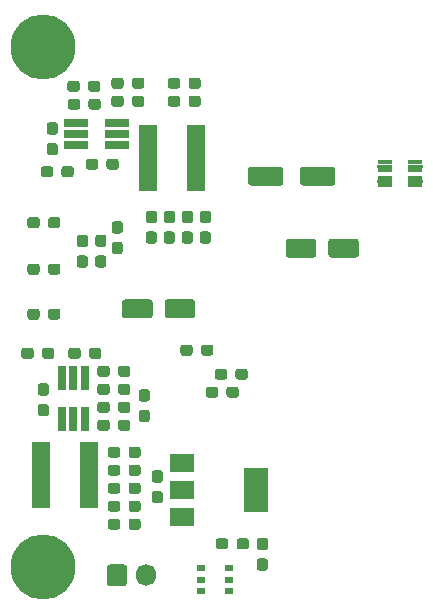
<source format=gbr>
G04 #@! TF.GenerationSoftware,KiCad,Pcbnew,(5.1.9)-1*
G04 #@! TF.CreationDate,2021-02-02T20:04:29-05:00*
G04 #@! TF.ProjectId,ZeroPilot,5a65726f-5069-46c6-9f74-2e6b69636164,rev?*
G04 #@! TF.SameCoordinates,Original*
G04 #@! TF.FileFunction,Soldermask,Top*
G04 #@! TF.FilePolarity,Negative*
%FSLAX46Y46*%
G04 Gerber Fmt 4.6, Leading zero omitted, Abs format (unit mm)*
G04 Created by KiCad (PCBNEW (5.1.9)-1) date 2021-02-02 20:04:29*
%MOMM*%
%LPD*%
G01*
G04 APERTURE LIST*
%ADD10R,0.650000X2.000000*%
%ADD11R,2.000000X0.650000*%
%ADD12R,2.000000X1.500000*%
%ADD13R,2.000000X3.800000*%
%ADD14O,1.700000X1.850000*%
%ADD15R,0.700000X0.510000*%
%ADD16R,1.550000X5.600000*%
%ADD17R,1.550000X5.599999*%
%ADD18C,5.500000*%
%ADD19R,1.220000X0.400000*%
%ADD20C,0.100000*%
G04 APERTURE END LIST*
D10*
X54638000Y-131018000D03*
X55588000Y-131018000D03*
X56538000Y-131018000D03*
X56538000Y-134438000D03*
X55588000Y-134438000D03*
X54638000Y-134438000D03*
D11*
X55821000Y-111313000D03*
X55821000Y-110363000D03*
X55821000Y-109413000D03*
X59241000Y-109413000D03*
X59241000Y-110363000D03*
X59241000Y-111313000D03*
D12*
X64757000Y-138175000D03*
X64757000Y-142775000D03*
X64757000Y-140475000D03*
D13*
X71057000Y-140475000D03*
D14*
X61771000Y-147714000D03*
G36*
G01*
X58421000Y-148389000D02*
X58421000Y-147039000D01*
G75*
G02*
X58671000Y-146789000I250000J0D01*
G01*
X59871000Y-146789000D01*
G75*
G02*
X60121000Y-147039000I0J-250000D01*
G01*
X60121000Y-148389000D01*
G75*
G02*
X59871000Y-148639000I-250000J0D01*
G01*
X58671000Y-148639000D01*
G75*
G02*
X58421000Y-148389000I0J250000D01*
G01*
G37*
G36*
G01*
X56587500Y-119932000D02*
X56112500Y-119932000D01*
G75*
G02*
X55875000Y-119694500I0J237500D01*
G01*
X55875000Y-119119500D01*
G75*
G02*
X56112500Y-118882000I237500J0D01*
G01*
X56587500Y-118882000D01*
G75*
G02*
X56825000Y-119119500I0J-237500D01*
G01*
X56825000Y-119694500D01*
G75*
G02*
X56587500Y-119932000I-237500J0D01*
G01*
G37*
G36*
G01*
X56587500Y-121682000D02*
X56112500Y-121682000D01*
G75*
G02*
X55875000Y-121444500I0J237500D01*
G01*
X55875000Y-120869500D01*
G75*
G02*
X56112500Y-120632000I237500J0D01*
G01*
X56587500Y-120632000D01*
G75*
G02*
X56825000Y-120869500I0J-237500D01*
G01*
X56825000Y-121444500D01*
G75*
G02*
X56587500Y-121682000I-237500J0D01*
G01*
G37*
G36*
G01*
X69311000Y-130920500D02*
X69311000Y-130445500D01*
G75*
G02*
X69548500Y-130208000I237500J0D01*
G01*
X70123500Y-130208000D01*
G75*
G02*
X70361000Y-130445500I0J-237500D01*
G01*
X70361000Y-130920500D01*
G75*
G02*
X70123500Y-131158000I-237500J0D01*
G01*
X69548500Y-131158000D01*
G75*
G02*
X69311000Y-130920500I0J237500D01*
G01*
G37*
G36*
G01*
X67561000Y-130920500D02*
X67561000Y-130445500D01*
G75*
G02*
X67798500Y-130208000I237500J0D01*
G01*
X68373500Y-130208000D01*
G75*
G02*
X68611000Y-130445500I0J-237500D01*
G01*
X68611000Y-130920500D01*
G75*
G02*
X68373500Y-131158000I-237500J0D01*
G01*
X67798500Y-131158000D01*
G75*
G02*
X67561000Y-130920500I0J237500D01*
G01*
G37*
D15*
X68724000Y-149032000D03*
X68724000Y-148082000D03*
X68724000Y-147132000D03*
X66404000Y-147132000D03*
X66404000Y-148082000D03*
X66404000Y-149032000D03*
G36*
G01*
X58149500Y-119919000D02*
X57674500Y-119919000D01*
G75*
G02*
X57437000Y-119681500I0J237500D01*
G01*
X57437000Y-119106500D01*
G75*
G02*
X57674500Y-118869000I237500J0D01*
G01*
X58149500Y-118869000D01*
G75*
G02*
X58387000Y-119106500I0J-237500D01*
G01*
X58387000Y-119681500D01*
G75*
G02*
X58149500Y-119919000I-237500J0D01*
G01*
G37*
G36*
G01*
X58149500Y-121669000D02*
X57674500Y-121669000D01*
G75*
G02*
X57437000Y-121431500I0J237500D01*
G01*
X57437000Y-120856500D01*
G75*
G02*
X57674500Y-120619000I237500J0D01*
G01*
X58149500Y-120619000D01*
G75*
G02*
X58387000Y-120856500I0J-237500D01*
G01*
X58387000Y-121431500D01*
G75*
G02*
X58149500Y-121669000I-237500J0D01*
G01*
G37*
G36*
G01*
X59071500Y-119476000D02*
X59546500Y-119476000D01*
G75*
G02*
X59784000Y-119713500I0J-237500D01*
G01*
X59784000Y-120288500D01*
G75*
G02*
X59546500Y-120526000I-237500J0D01*
G01*
X59071500Y-120526000D01*
G75*
G02*
X58834000Y-120288500I0J237500D01*
G01*
X58834000Y-119713500D01*
G75*
G02*
X59071500Y-119476000I237500J0D01*
G01*
G37*
G36*
G01*
X59071500Y-117726000D02*
X59546500Y-117726000D01*
G75*
G02*
X59784000Y-117963500I0J-237500D01*
G01*
X59784000Y-118538500D01*
G75*
G02*
X59546500Y-118776000I-237500J0D01*
G01*
X59071500Y-118776000D01*
G75*
G02*
X58834000Y-118538500I0J237500D01*
G01*
X58834000Y-117963500D01*
G75*
G02*
X59071500Y-117726000I237500J0D01*
G01*
G37*
G36*
G01*
X68549000Y-132444500D02*
X68549000Y-131969500D01*
G75*
G02*
X68786500Y-131732000I237500J0D01*
G01*
X69361500Y-131732000D01*
G75*
G02*
X69599000Y-131969500I0J-237500D01*
G01*
X69599000Y-132444500D01*
G75*
G02*
X69361500Y-132682000I-237500J0D01*
G01*
X68786500Y-132682000D01*
G75*
G02*
X68549000Y-132444500I0J237500D01*
G01*
G37*
G36*
G01*
X66799000Y-132444500D02*
X66799000Y-131969500D01*
G75*
G02*
X67036500Y-131732000I237500J0D01*
G01*
X67611500Y-131732000D01*
G75*
G02*
X67849000Y-131969500I0J-237500D01*
G01*
X67849000Y-132444500D01*
G75*
G02*
X67611500Y-132682000I-237500J0D01*
G01*
X67036500Y-132682000D01*
G75*
G02*
X66799000Y-132444500I0J237500D01*
G01*
G37*
G36*
G01*
X65690000Y-128413500D02*
X65690000Y-128888500D01*
G75*
G02*
X65452500Y-129126000I-237500J0D01*
G01*
X64877500Y-129126000D01*
G75*
G02*
X64640000Y-128888500I0J237500D01*
G01*
X64640000Y-128413500D01*
G75*
G02*
X64877500Y-128176000I237500J0D01*
G01*
X65452500Y-128176000D01*
G75*
G02*
X65690000Y-128413500I0J-237500D01*
G01*
G37*
G36*
G01*
X67440000Y-128413500D02*
X67440000Y-128888500D01*
G75*
G02*
X67202500Y-129126000I-237500J0D01*
G01*
X66627500Y-129126000D01*
G75*
G02*
X66390000Y-128888500I0J237500D01*
G01*
X66390000Y-128413500D01*
G75*
G02*
X66627500Y-128176000I237500J0D01*
G01*
X67202500Y-128176000D01*
G75*
G02*
X67440000Y-128413500I0J-237500D01*
G01*
G37*
G36*
G01*
X52736000Y-125365500D02*
X52736000Y-125840500D01*
G75*
G02*
X52498500Y-126078000I-237500J0D01*
G01*
X51923500Y-126078000D01*
G75*
G02*
X51686000Y-125840500I0J237500D01*
G01*
X51686000Y-125365500D01*
G75*
G02*
X51923500Y-125128000I237500J0D01*
G01*
X52498500Y-125128000D01*
G75*
G02*
X52736000Y-125365500I0J-237500D01*
G01*
G37*
G36*
G01*
X54486000Y-125365500D02*
X54486000Y-125840500D01*
G75*
G02*
X54248500Y-126078000I-237500J0D01*
G01*
X53673500Y-126078000D01*
G75*
G02*
X53436000Y-125840500I0J237500D01*
G01*
X53436000Y-125365500D01*
G75*
G02*
X53673500Y-125128000I237500J0D01*
G01*
X54248500Y-125128000D01*
G75*
G02*
X54486000Y-125365500I0J-237500D01*
G01*
G37*
G36*
G01*
X52736000Y-117618500D02*
X52736000Y-118093500D01*
G75*
G02*
X52498500Y-118331000I-237500J0D01*
G01*
X51923500Y-118331000D01*
G75*
G02*
X51686000Y-118093500I0J237500D01*
G01*
X51686000Y-117618500D01*
G75*
G02*
X51923500Y-117381000I237500J0D01*
G01*
X52498500Y-117381000D01*
G75*
G02*
X52736000Y-117618500I0J-237500D01*
G01*
G37*
G36*
G01*
X54486000Y-117618500D02*
X54486000Y-118093500D01*
G75*
G02*
X54248500Y-118331000I-237500J0D01*
G01*
X53673500Y-118331000D01*
G75*
G02*
X53436000Y-118093500I0J237500D01*
G01*
X53436000Y-117618500D01*
G75*
G02*
X53673500Y-117381000I237500J0D01*
G01*
X54248500Y-117381000D01*
G75*
G02*
X54486000Y-117618500I0J-237500D01*
G01*
G37*
G36*
G01*
X52736000Y-121555500D02*
X52736000Y-122030500D01*
G75*
G02*
X52498500Y-122268000I-237500J0D01*
G01*
X51923500Y-122268000D01*
G75*
G02*
X51686000Y-122030500I0J237500D01*
G01*
X51686000Y-121555500D01*
G75*
G02*
X51923500Y-121318000I237500J0D01*
G01*
X52498500Y-121318000D01*
G75*
G02*
X52736000Y-121555500I0J-237500D01*
G01*
G37*
G36*
G01*
X54486000Y-121555500D02*
X54486000Y-122030500D01*
G75*
G02*
X54248500Y-122268000I-237500J0D01*
G01*
X53673500Y-122268000D01*
G75*
G02*
X53436000Y-122030500I0J237500D01*
G01*
X53436000Y-121555500D01*
G75*
G02*
X53673500Y-121318000I237500J0D01*
G01*
X54248500Y-121318000D01*
G75*
G02*
X54486000Y-121555500I0J-237500D01*
G01*
G37*
G36*
G01*
X61832500Y-133000000D02*
X61357500Y-133000000D01*
G75*
G02*
X61120000Y-132762500I0J237500D01*
G01*
X61120000Y-132187500D01*
G75*
G02*
X61357500Y-131950000I237500J0D01*
G01*
X61832500Y-131950000D01*
G75*
G02*
X62070000Y-132187500I0J-237500D01*
G01*
X62070000Y-132762500D01*
G75*
G02*
X61832500Y-133000000I-237500J0D01*
G01*
G37*
G36*
G01*
X61832500Y-134750000D02*
X61357500Y-134750000D01*
G75*
G02*
X61120000Y-134512500I0J237500D01*
G01*
X61120000Y-133937500D01*
G75*
G02*
X61357500Y-133700000I237500J0D01*
G01*
X61832500Y-133700000D01*
G75*
G02*
X62070000Y-133937500I0J-237500D01*
G01*
X62070000Y-134512500D01*
G75*
G02*
X61832500Y-134750000I-237500J0D01*
G01*
G37*
G36*
G01*
X56827000Y-106549500D02*
X56827000Y-106074500D01*
G75*
G02*
X57064500Y-105837000I237500J0D01*
G01*
X57639500Y-105837000D01*
G75*
G02*
X57877000Y-106074500I0J-237500D01*
G01*
X57877000Y-106549500D01*
G75*
G02*
X57639500Y-106787000I-237500J0D01*
G01*
X57064500Y-106787000D01*
G75*
G02*
X56827000Y-106549500I0J237500D01*
G01*
G37*
G36*
G01*
X55077000Y-106549500D02*
X55077000Y-106074500D01*
G75*
G02*
X55314500Y-105837000I237500J0D01*
G01*
X55889500Y-105837000D01*
G75*
G02*
X56127000Y-106074500I0J-237500D01*
G01*
X56127000Y-106549500D01*
G75*
G02*
X55889500Y-106787000I-237500J0D01*
G01*
X55314500Y-106787000D01*
G75*
G02*
X55077000Y-106549500I0J237500D01*
G01*
G37*
G36*
G01*
X56165000Y-107585500D02*
X56165000Y-108060500D01*
G75*
G02*
X55927500Y-108298000I-237500J0D01*
G01*
X55352500Y-108298000D01*
G75*
G02*
X55115000Y-108060500I0J237500D01*
G01*
X55115000Y-107585500D01*
G75*
G02*
X55352500Y-107348000I237500J0D01*
G01*
X55927500Y-107348000D01*
G75*
G02*
X56165000Y-107585500I0J-237500D01*
G01*
G37*
G36*
G01*
X57915000Y-107585500D02*
X57915000Y-108060500D01*
G75*
G02*
X57677500Y-108298000I-237500J0D01*
G01*
X57102500Y-108298000D01*
G75*
G02*
X56865000Y-108060500I0J237500D01*
G01*
X56865000Y-107585500D01*
G75*
G02*
X57102500Y-107348000I237500J0D01*
G01*
X57677500Y-107348000D01*
G75*
G02*
X57915000Y-107585500I0J-237500D01*
G01*
G37*
G36*
G01*
X52228000Y-128680500D02*
X52228000Y-129155500D01*
G75*
G02*
X51990500Y-129393000I-237500J0D01*
G01*
X51415500Y-129393000D01*
G75*
G02*
X51178000Y-129155500I0J237500D01*
G01*
X51178000Y-128680500D01*
G75*
G02*
X51415500Y-128443000I237500J0D01*
G01*
X51990500Y-128443000D01*
G75*
G02*
X52228000Y-128680500I0J-237500D01*
G01*
G37*
G36*
G01*
X53978000Y-128680500D02*
X53978000Y-129155500D01*
G75*
G02*
X53740500Y-129393000I-237500J0D01*
G01*
X53165500Y-129393000D01*
G75*
G02*
X52928000Y-129155500I0J237500D01*
G01*
X52928000Y-128680500D01*
G75*
G02*
X53165500Y-128443000I237500J0D01*
G01*
X53740500Y-128443000D01*
G75*
G02*
X53978000Y-128680500I0J-237500D01*
G01*
G37*
G36*
G01*
X56208000Y-128680500D02*
X56208000Y-129155500D01*
G75*
G02*
X55970500Y-129393000I-237500J0D01*
G01*
X55395500Y-129393000D01*
G75*
G02*
X55158000Y-129155500I0J237500D01*
G01*
X55158000Y-128680500D01*
G75*
G02*
X55395500Y-128443000I237500J0D01*
G01*
X55970500Y-128443000D01*
G75*
G02*
X56208000Y-128680500I0J-237500D01*
G01*
G37*
G36*
G01*
X57958000Y-128680500D02*
X57958000Y-129155500D01*
G75*
G02*
X57720500Y-129393000I-237500J0D01*
G01*
X57145500Y-129393000D01*
G75*
G02*
X56908000Y-129155500I0J237500D01*
G01*
X56908000Y-128680500D01*
G75*
G02*
X57145500Y-128443000I237500J0D01*
G01*
X57720500Y-128443000D01*
G75*
G02*
X57958000Y-128680500I0J-237500D01*
G01*
G37*
G36*
G01*
X54047500Y-110407000D02*
X53572500Y-110407000D01*
G75*
G02*
X53335000Y-110169500I0J237500D01*
G01*
X53335000Y-109594500D01*
G75*
G02*
X53572500Y-109357000I237500J0D01*
G01*
X54047500Y-109357000D01*
G75*
G02*
X54285000Y-109594500I0J-237500D01*
G01*
X54285000Y-110169500D01*
G75*
G02*
X54047500Y-110407000I-237500J0D01*
G01*
G37*
G36*
G01*
X54047500Y-112157000D02*
X53572500Y-112157000D01*
G75*
G02*
X53335000Y-111919500I0J237500D01*
G01*
X53335000Y-111344500D01*
G75*
G02*
X53572500Y-111107000I237500J0D01*
G01*
X54047500Y-111107000D01*
G75*
G02*
X54285000Y-111344500I0J-237500D01*
G01*
X54285000Y-111919500D01*
G75*
G02*
X54047500Y-112157000I-237500J0D01*
G01*
G37*
G36*
G01*
X53879000Y-113300500D02*
X53879000Y-113775500D01*
G75*
G02*
X53641500Y-114013000I-237500J0D01*
G01*
X53066500Y-114013000D01*
G75*
G02*
X52829000Y-113775500I0J237500D01*
G01*
X52829000Y-113300500D01*
G75*
G02*
X53066500Y-113063000I237500J0D01*
G01*
X53641500Y-113063000D01*
G75*
G02*
X53879000Y-113300500I0J-237500D01*
G01*
G37*
G36*
G01*
X55629000Y-113300500D02*
X55629000Y-113775500D01*
G75*
G02*
X55391500Y-114013000I-237500J0D01*
G01*
X54816500Y-114013000D01*
G75*
G02*
X54579000Y-113775500I0J237500D01*
G01*
X54579000Y-113300500D01*
G75*
G02*
X54816500Y-113063000I237500J0D01*
G01*
X55391500Y-113063000D01*
G75*
G02*
X55629000Y-113300500I0J-237500D01*
G01*
G37*
G36*
G01*
X71352500Y-146286000D02*
X71827500Y-146286000D01*
G75*
G02*
X72065000Y-146523500I0J-237500D01*
G01*
X72065000Y-147098500D01*
G75*
G02*
X71827500Y-147336000I-237500J0D01*
G01*
X71352500Y-147336000D01*
G75*
G02*
X71115000Y-147098500I0J237500D01*
G01*
X71115000Y-146523500D01*
G75*
G02*
X71352500Y-146286000I237500J0D01*
G01*
G37*
G36*
G01*
X71352500Y-144536000D02*
X71827500Y-144536000D01*
G75*
G02*
X72065000Y-144773500I0J-237500D01*
G01*
X72065000Y-145348500D01*
G75*
G02*
X71827500Y-145586000I-237500J0D01*
G01*
X71352500Y-145586000D01*
G75*
G02*
X71115000Y-145348500I0J237500D01*
G01*
X71115000Y-144773500D01*
G75*
G02*
X71352500Y-144536000I237500J0D01*
G01*
G37*
G36*
G01*
X68700000Y-144809500D02*
X68700000Y-145284500D01*
G75*
G02*
X68462500Y-145522000I-237500J0D01*
G01*
X67887500Y-145522000D01*
G75*
G02*
X67650000Y-145284500I0J237500D01*
G01*
X67650000Y-144809500D01*
G75*
G02*
X67887500Y-144572000I237500J0D01*
G01*
X68462500Y-144572000D01*
G75*
G02*
X68700000Y-144809500I0J-237500D01*
G01*
G37*
G36*
G01*
X70450000Y-144809500D02*
X70450000Y-145284500D01*
G75*
G02*
X70212500Y-145522000I-237500J0D01*
G01*
X69637500Y-145522000D01*
G75*
G02*
X69400000Y-145284500I0J237500D01*
G01*
X69400000Y-144809500D01*
G75*
G02*
X69637500Y-144572000I237500J0D01*
G01*
X70212500Y-144572000D01*
G75*
G02*
X70450000Y-144809500I0J-237500D01*
G01*
G37*
G36*
G01*
X66526500Y-118600000D02*
X67001500Y-118600000D01*
G75*
G02*
X67239000Y-118837500I0J-237500D01*
G01*
X67239000Y-119412500D01*
G75*
G02*
X67001500Y-119650000I-237500J0D01*
G01*
X66526500Y-119650000D01*
G75*
G02*
X66289000Y-119412500I0J237500D01*
G01*
X66289000Y-118837500D01*
G75*
G02*
X66526500Y-118600000I237500J0D01*
G01*
G37*
G36*
G01*
X66526500Y-116850000D02*
X67001500Y-116850000D01*
G75*
G02*
X67239000Y-117087500I0J-237500D01*
G01*
X67239000Y-117662500D01*
G75*
G02*
X67001500Y-117900000I-237500J0D01*
G01*
X66526500Y-117900000D01*
G75*
G02*
X66289000Y-117662500I0J237500D01*
G01*
X66289000Y-117087500D01*
G75*
G02*
X66526500Y-116850000I237500J0D01*
G01*
G37*
G36*
G01*
X62462500Y-140571000D02*
X62937500Y-140571000D01*
G75*
G02*
X63175000Y-140808500I0J-237500D01*
G01*
X63175000Y-141383500D01*
G75*
G02*
X62937500Y-141621000I-237500J0D01*
G01*
X62462500Y-141621000D01*
G75*
G02*
X62225000Y-141383500I0J237500D01*
G01*
X62225000Y-140808500D01*
G75*
G02*
X62462500Y-140571000I237500J0D01*
G01*
G37*
G36*
G01*
X62462500Y-138821000D02*
X62937500Y-138821000D01*
G75*
G02*
X63175000Y-139058500I0J-237500D01*
G01*
X63175000Y-139633500D01*
G75*
G02*
X62937500Y-139871000I-237500J0D01*
G01*
X62462500Y-139871000D01*
G75*
G02*
X62225000Y-139633500I0J237500D01*
G01*
X62225000Y-139058500D01*
G75*
G02*
X62462500Y-138821000I237500J0D01*
G01*
G37*
G36*
G01*
X60256000Y-139061500D02*
X60256000Y-138586500D01*
G75*
G02*
X60493500Y-138349000I237500J0D01*
G01*
X61068500Y-138349000D01*
G75*
G02*
X61306000Y-138586500I0J-237500D01*
G01*
X61306000Y-139061500D01*
G75*
G02*
X61068500Y-139299000I-237500J0D01*
G01*
X60493500Y-139299000D01*
G75*
G02*
X60256000Y-139061500I0J237500D01*
G01*
G37*
G36*
G01*
X58506000Y-139061500D02*
X58506000Y-138586500D01*
G75*
G02*
X58743500Y-138349000I237500J0D01*
G01*
X59318500Y-138349000D01*
G75*
G02*
X59556000Y-138586500I0J-237500D01*
G01*
X59556000Y-139061500D01*
G75*
G02*
X59318500Y-139299000I-237500J0D01*
G01*
X58743500Y-139299000D01*
G75*
G02*
X58506000Y-139061500I0J237500D01*
G01*
G37*
G36*
G01*
X60256000Y-140585500D02*
X60256000Y-140110500D01*
G75*
G02*
X60493500Y-139873000I237500J0D01*
G01*
X61068500Y-139873000D01*
G75*
G02*
X61306000Y-140110500I0J-237500D01*
G01*
X61306000Y-140585500D01*
G75*
G02*
X61068500Y-140823000I-237500J0D01*
G01*
X60493500Y-140823000D01*
G75*
G02*
X60256000Y-140585500I0J237500D01*
G01*
G37*
G36*
G01*
X58506000Y-140585500D02*
X58506000Y-140110500D01*
G75*
G02*
X58743500Y-139873000I237500J0D01*
G01*
X59318500Y-139873000D01*
G75*
G02*
X59556000Y-140110500I0J-237500D01*
G01*
X59556000Y-140585500D01*
G75*
G02*
X59318500Y-140823000I-237500J0D01*
G01*
X58743500Y-140823000D01*
G75*
G02*
X58506000Y-140585500I0J237500D01*
G01*
G37*
G36*
G01*
X65002500Y-118600000D02*
X65477500Y-118600000D01*
G75*
G02*
X65715000Y-118837500I0J-237500D01*
G01*
X65715000Y-119412500D01*
G75*
G02*
X65477500Y-119650000I-237500J0D01*
G01*
X65002500Y-119650000D01*
G75*
G02*
X64765000Y-119412500I0J237500D01*
G01*
X64765000Y-118837500D01*
G75*
G02*
X65002500Y-118600000I237500J0D01*
G01*
G37*
G36*
G01*
X65002500Y-116850000D02*
X65477500Y-116850000D01*
G75*
G02*
X65715000Y-117087500I0J-237500D01*
G01*
X65715000Y-117662500D01*
G75*
G02*
X65477500Y-117900000I-237500J0D01*
G01*
X65002500Y-117900000D01*
G75*
G02*
X64765000Y-117662500I0J237500D01*
G01*
X64765000Y-117087500D01*
G75*
G02*
X65002500Y-116850000I237500J0D01*
G01*
G37*
G36*
G01*
X60256000Y-142109500D02*
X60256000Y-141634500D01*
G75*
G02*
X60493500Y-141397000I237500J0D01*
G01*
X61068500Y-141397000D01*
G75*
G02*
X61306000Y-141634500I0J-237500D01*
G01*
X61306000Y-142109500D01*
G75*
G02*
X61068500Y-142347000I-237500J0D01*
G01*
X60493500Y-142347000D01*
G75*
G02*
X60256000Y-142109500I0J237500D01*
G01*
G37*
G36*
G01*
X58506000Y-142109500D02*
X58506000Y-141634500D01*
G75*
G02*
X58743500Y-141397000I237500J0D01*
G01*
X59318500Y-141397000D01*
G75*
G02*
X59556000Y-141634500I0J-237500D01*
G01*
X59556000Y-142109500D01*
G75*
G02*
X59318500Y-142347000I-237500J0D01*
G01*
X58743500Y-142347000D01*
G75*
G02*
X58506000Y-142109500I0J237500D01*
G01*
G37*
G36*
G01*
X63478500Y-118600000D02*
X63953500Y-118600000D01*
G75*
G02*
X64191000Y-118837500I0J-237500D01*
G01*
X64191000Y-119412500D01*
G75*
G02*
X63953500Y-119650000I-237500J0D01*
G01*
X63478500Y-119650000D01*
G75*
G02*
X63241000Y-119412500I0J237500D01*
G01*
X63241000Y-118837500D01*
G75*
G02*
X63478500Y-118600000I237500J0D01*
G01*
G37*
G36*
G01*
X63478500Y-116850000D02*
X63953500Y-116850000D01*
G75*
G02*
X64191000Y-117087500I0J-237500D01*
G01*
X64191000Y-117662500D01*
G75*
G02*
X63953500Y-117900000I-237500J0D01*
G01*
X63478500Y-117900000D01*
G75*
G02*
X63241000Y-117662500I0J237500D01*
G01*
X63241000Y-117087500D01*
G75*
G02*
X63478500Y-116850000I237500J0D01*
G01*
G37*
G36*
G01*
X60256000Y-143633500D02*
X60256000Y-143158500D01*
G75*
G02*
X60493500Y-142921000I237500J0D01*
G01*
X61068500Y-142921000D01*
G75*
G02*
X61306000Y-143158500I0J-237500D01*
G01*
X61306000Y-143633500D01*
G75*
G02*
X61068500Y-143871000I-237500J0D01*
G01*
X60493500Y-143871000D01*
G75*
G02*
X60256000Y-143633500I0J237500D01*
G01*
G37*
G36*
G01*
X58506000Y-143633500D02*
X58506000Y-143158500D01*
G75*
G02*
X58743500Y-142921000I237500J0D01*
G01*
X59318500Y-142921000D01*
G75*
G02*
X59556000Y-143158500I0J-237500D01*
G01*
X59556000Y-143633500D01*
G75*
G02*
X59318500Y-143871000I-237500J0D01*
G01*
X58743500Y-143871000D01*
G75*
G02*
X58506000Y-143633500I0J237500D01*
G01*
G37*
G36*
G01*
X61954500Y-118600000D02*
X62429500Y-118600000D01*
G75*
G02*
X62667000Y-118837500I0J-237500D01*
G01*
X62667000Y-119412500D01*
G75*
G02*
X62429500Y-119650000I-237500J0D01*
G01*
X61954500Y-119650000D01*
G75*
G02*
X61717000Y-119412500I0J237500D01*
G01*
X61717000Y-118837500D01*
G75*
G02*
X61954500Y-118600000I237500J0D01*
G01*
G37*
G36*
G01*
X61954500Y-116850000D02*
X62429500Y-116850000D01*
G75*
G02*
X62667000Y-117087500I0J-237500D01*
G01*
X62667000Y-117662500D01*
G75*
G02*
X62429500Y-117900000I-237500J0D01*
G01*
X61954500Y-117900000D01*
G75*
G02*
X61717000Y-117662500I0J237500D01*
G01*
X61717000Y-117087500D01*
G75*
G02*
X61954500Y-116850000I237500J0D01*
G01*
G37*
G36*
G01*
X52810500Y-133205000D02*
X53285500Y-133205000D01*
G75*
G02*
X53523000Y-133442500I0J-237500D01*
G01*
X53523000Y-134017500D01*
G75*
G02*
X53285500Y-134255000I-237500J0D01*
G01*
X52810500Y-134255000D01*
G75*
G02*
X52573000Y-134017500I0J237500D01*
G01*
X52573000Y-133442500D01*
G75*
G02*
X52810500Y-133205000I237500J0D01*
G01*
G37*
G36*
G01*
X52810500Y-131455000D02*
X53285500Y-131455000D01*
G75*
G02*
X53523000Y-131692500I0J-237500D01*
G01*
X53523000Y-132267500D01*
G75*
G02*
X53285500Y-132505000I-237500J0D01*
G01*
X52810500Y-132505000D01*
G75*
G02*
X52573000Y-132267500I0J237500D01*
G01*
X52573000Y-131692500D01*
G75*
G02*
X52810500Y-131455000I237500J0D01*
G01*
G37*
G36*
G01*
X58389000Y-113140500D02*
X58389000Y-112665500D01*
G75*
G02*
X58626500Y-112428000I237500J0D01*
G01*
X59201500Y-112428000D01*
G75*
G02*
X59439000Y-112665500I0J-237500D01*
G01*
X59439000Y-113140500D01*
G75*
G02*
X59201500Y-113378000I-237500J0D01*
G01*
X58626500Y-113378000D01*
G75*
G02*
X58389000Y-113140500I0J237500D01*
G01*
G37*
G36*
G01*
X56639000Y-113140500D02*
X56639000Y-112665500D01*
G75*
G02*
X56876500Y-112428000I237500J0D01*
G01*
X57451500Y-112428000D01*
G75*
G02*
X57689000Y-112665500I0J-237500D01*
G01*
X57689000Y-113140500D01*
G75*
G02*
X57451500Y-113378000I-237500J0D01*
G01*
X56876500Y-113378000D01*
G75*
G02*
X56639000Y-113140500I0J237500D01*
G01*
G37*
G36*
G01*
X58667000Y-133252500D02*
X58667000Y-133727500D01*
G75*
G02*
X58429500Y-133965000I-237500J0D01*
G01*
X57854500Y-133965000D01*
G75*
G02*
X57617000Y-133727500I0J237500D01*
G01*
X57617000Y-133252500D01*
G75*
G02*
X57854500Y-133015000I237500J0D01*
G01*
X58429500Y-133015000D01*
G75*
G02*
X58667000Y-133252500I0J-237500D01*
G01*
G37*
G36*
G01*
X60417000Y-133252500D02*
X60417000Y-133727500D01*
G75*
G02*
X60179500Y-133965000I-237500J0D01*
G01*
X59604500Y-133965000D01*
G75*
G02*
X59367000Y-133727500I0J237500D01*
G01*
X59367000Y-133252500D01*
G75*
G02*
X59604500Y-133015000I237500J0D01*
G01*
X60179500Y-133015000D01*
G75*
G02*
X60417000Y-133252500I0J-237500D01*
G01*
G37*
G36*
G01*
X64636000Y-107344500D02*
X64636000Y-107819500D01*
G75*
G02*
X64398500Y-108057000I-237500J0D01*
G01*
X63823500Y-108057000D01*
G75*
G02*
X63586000Y-107819500I0J237500D01*
G01*
X63586000Y-107344500D01*
G75*
G02*
X63823500Y-107107000I237500J0D01*
G01*
X64398500Y-107107000D01*
G75*
G02*
X64636000Y-107344500I0J-237500D01*
G01*
G37*
G36*
G01*
X66386000Y-107344500D02*
X66386000Y-107819500D01*
G75*
G02*
X66148500Y-108057000I-237500J0D01*
G01*
X65573500Y-108057000D01*
G75*
G02*
X65336000Y-107819500I0J237500D01*
G01*
X65336000Y-107344500D01*
G75*
G02*
X65573500Y-107107000I237500J0D01*
G01*
X66148500Y-107107000D01*
G75*
G02*
X66386000Y-107344500I0J-237500D01*
G01*
G37*
G36*
G01*
X58667000Y-134776500D02*
X58667000Y-135251500D01*
G75*
G02*
X58429500Y-135489000I-237500J0D01*
G01*
X57854500Y-135489000D01*
G75*
G02*
X57617000Y-135251500I0J237500D01*
G01*
X57617000Y-134776500D01*
G75*
G02*
X57854500Y-134539000I237500J0D01*
G01*
X58429500Y-134539000D01*
G75*
G02*
X58667000Y-134776500I0J-237500D01*
G01*
G37*
G36*
G01*
X60417000Y-134776500D02*
X60417000Y-135251500D01*
G75*
G02*
X60179500Y-135489000I-237500J0D01*
G01*
X59604500Y-135489000D01*
G75*
G02*
X59367000Y-135251500I0J237500D01*
G01*
X59367000Y-134776500D01*
G75*
G02*
X59604500Y-134539000I237500J0D01*
G01*
X60179500Y-134539000D01*
G75*
G02*
X60417000Y-134776500I0J-237500D01*
G01*
G37*
G36*
G01*
X60548000Y-107819500D02*
X60548000Y-107344500D01*
G75*
G02*
X60785500Y-107107000I237500J0D01*
G01*
X61360500Y-107107000D01*
G75*
G02*
X61598000Y-107344500I0J-237500D01*
G01*
X61598000Y-107819500D01*
G75*
G02*
X61360500Y-108057000I-237500J0D01*
G01*
X60785500Y-108057000D01*
G75*
G02*
X60548000Y-107819500I0J237500D01*
G01*
G37*
G36*
G01*
X58798000Y-107819500D02*
X58798000Y-107344500D01*
G75*
G02*
X59035500Y-107107000I237500J0D01*
G01*
X59610500Y-107107000D01*
G75*
G02*
X59848000Y-107344500I0J-237500D01*
G01*
X59848000Y-107819500D01*
G75*
G02*
X59610500Y-108057000I-237500J0D01*
G01*
X59035500Y-108057000D01*
G75*
G02*
X58798000Y-107819500I0J237500D01*
G01*
G37*
G36*
G01*
X58667000Y-131728500D02*
X58667000Y-132203500D01*
G75*
G02*
X58429500Y-132441000I-237500J0D01*
G01*
X57854500Y-132441000D01*
G75*
G02*
X57617000Y-132203500I0J237500D01*
G01*
X57617000Y-131728500D01*
G75*
G02*
X57854500Y-131491000I237500J0D01*
G01*
X58429500Y-131491000D01*
G75*
G02*
X58667000Y-131728500I0J-237500D01*
G01*
G37*
G36*
G01*
X60417000Y-131728500D02*
X60417000Y-132203500D01*
G75*
G02*
X60179500Y-132441000I-237500J0D01*
G01*
X59604500Y-132441000D01*
G75*
G02*
X59367000Y-132203500I0J237500D01*
G01*
X59367000Y-131728500D01*
G75*
G02*
X59604500Y-131491000I237500J0D01*
G01*
X60179500Y-131491000D01*
G75*
G02*
X60417000Y-131728500I0J-237500D01*
G01*
G37*
G36*
G01*
X64636000Y-105820500D02*
X64636000Y-106295500D01*
G75*
G02*
X64398500Y-106533000I-237500J0D01*
G01*
X63823500Y-106533000D01*
G75*
G02*
X63586000Y-106295500I0J237500D01*
G01*
X63586000Y-105820500D01*
G75*
G02*
X63823500Y-105583000I237500J0D01*
G01*
X64398500Y-105583000D01*
G75*
G02*
X64636000Y-105820500I0J-237500D01*
G01*
G37*
G36*
G01*
X66386000Y-105820500D02*
X66386000Y-106295500D01*
G75*
G02*
X66148500Y-106533000I-237500J0D01*
G01*
X65573500Y-106533000D01*
G75*
G02*
X65336000Y-106295500I0J237500D01*
G01*
X65336000Y-105820500D01*
G75*
G02*
X65573500Y-105583000I237500J0D01*
G01*
X66148500Y-105583000D01*
G75*
G02*
X66386000Y-105820500I0J-237500D01*
G01*
G37*
G36*
G01*
X58667000Y-130204500D02*
X58667000Y-130679500D01*
G75*
G02*
X58429500Y-130917000I-237500J0D01*
G01*
X57854500Y-130917000D01*
G75*
G02*
X57617000Y-130679500I0J237500D01*
G01*
X57617000Y-130204500D01*
G75*
G02*
X57854500Y-129967000I237500J0D01*
G01*
X58429500Y-129967000D01*
G75*
G02*
X58667000Y-130204500I0J-237500D01*
G01*
G37*
G36*
G01*
X60417000Y-130204500D02*
X60417000Y-130679500D01*
G75*
G02*
X60179500Y-130917000I-237500J0D01*
G01*
X59604500Y-130917000D01*
G75*
G02*
X59367000Y-130679500I0J237500D01*
G01*
X59367000Y-130204500D01*
G75*
G02*
X59604500Y-129967000I237500J0D01*
G01*
X60179500Y-129967000D01*
G75*
G02*
X60417000Y-130204500I0J-237500D01*
G01*
G37*
G36*
G01*
X60548000Y-106282500D02*
X60548000Y-105807500D01*
G75*
G02*
X60785500Y-105570000I237500J0D01*
G01*
X61360500Y-105570000D01*
G75*
G02*
X61598000Y-105807500I0J-237500D01*
G01*
X61598000Y-106282500D01*
G75*
G02*
X61360500Y-106520000I-237500J0D01*
G01*
X60785500Y-106520000D01*
G75*
G02*
X60548000Y-106282500I0J237500D01*
G01*
G37*
G36*
G01*
X58798000Y-106282500D02*
X58798000Y-105807500D01*
G75*
G02*
X59035500Y-105570000I237500J0D01*
G01*
X59610500Y-105570000D01*
G75*
G02*
X59848000Y-105807500I0J-237500D01*
G01*
X59848000Y-106282500D01*
G75*
G02*
X59610500Y-106520000I-237500J0D01*
G01*
X59035500Y-106520000D01*
G75*
G02*
X58798000Y-106282500I0J237500D01*
G01*
G37*
G36*
G01*
X60256000Y-137537500D02*
X60256000Y-137062500D01*
G75*
G02*
X60493500Y-136825000I237500J0D01*
G01*
X61068500Y-136825000D01*
G75*
G02*
X61306000Y-137062500I0J-237500D01*
G01*
X61306000Y-137537500D01*
G75*
G02*
X61068500Y-137775000I-237500J0D01*
G01*
X60493500Y-137775000D01*
G75*
G02*
X60256000Y-137537500I0J237500D01*
G01*
G37*
G36*
G01*
X58506000Y-137537500D02*
X58506000Y-137062500D01*
G75*
G02*
X58743500Y-136825000I237500J0D01*
G01*
X59318500Y-136825000D01*
G75*
G02*
X59556000Y-137062500I0J-237500D01*
G01*
X59556000Y-137537500D01*
G75*
G02*
X59318500Y-137775000I-237500J0D01*
G01*
X58743500Y-137775000D01*
G75*
G02*
X58506000Y-137537500I0J237500D01*
G01*
G37*
D16*
X61945000Y-112395000D03*
X65995000Y-112395000D03*
X56889000Y-139205000D03*
D17*
X52839000Y-139205000D03*
D18*
X53000000Y-147000000D03*
X53000000Y-103000000D03*
G36*
G01*
X59705000Y-125698640D02*
X59705000Y-124598640D01*
G75*
G02*
X59955000Y-124348640I250000J0D01*
G01*
X62055000Y-124348640D01*
G75*
G02*
X62305000Y-124598640I0J-250000D01*
G01*
X62305000Y-125698640D01*
G75*
G02*
X62055000Y-125948640I-250000J0D01*
G01*
X59955000Y-125948640D01*
G75*
G02*
X59705000Y-125698640I0J250000D01*
G01*
G37*
G36*
G01*
X63305000Y-125698640D02*
X63305000Y-124598640D01*
G75*
G02*
X63555000Y-124348640I250000J0D01*
G01*
X65655000Y-124348640D01*
G75*
G02*
X65905000Y-124598640I0J-250000D01*
G01*
X65905000Y-125698640D01*
G75*
G02*
X65655000Y-125948640I-250000J0D01*
G01*
X63555000Y-125948640D01*
G75*
G02*
X63305000Y-125698640I0J250000D01*
G01*
G37*
G36*
G01*
X76163240Y-119467840D02*
X76163240Y-120567840D01*
G75*
G02*
X75913240Y-120817840I-250000J0D01*
G01*
X73813240Y-120817840D01*
G75*
G02*
X73563240Y-120567840I0J250000D01*
G01*
X73563240Y-119467840D01*
G75*
G02*
X73813240Y-119217840I250000J0D01*
G01*
X75913240Y-119217840D01*
G75*
G02*
X76163240Y-119467840I0J-250000D01*
G01*
G37*
G36*
G01*
X79763240Y-119467840D02*
X79763240Y-120567840D01*
G75*
G02*
X79513240Y-120817840I-250000J0D01*
G01*
X77413240Y-120817840D01*
G75*
G02*
X77163240Y-120567840I0J250000D01*
G01*
X77163240Y-119467840D01*
G75*
G02*
X77413240Y-119217840I250000J0D01*
G01*
X79513240Y-119217840D01*
G75*
G02*
X79763240Y-119467840I0J-250000D01*
G01*
G37*
G36*
G01*
X70363600Y-114466760D02*
X70363600Y-113366760D01*
G75*
G02*
X70613600Y-113116760I250000J0D01*
G01*
X73113600Y-113116760D01*
G75*
G02*
X73363600Y-113366760I0J-250000D01*
G01*
X73363600Y-114466760D01*
G75*
G02*
X73113600Y-114716760I-250000J0D01*
G01*
X70613600Y-114716760D01*
G75*
G02*
X70363600Y-114466760I0J250000D01*
G01*
G37*
G36*
G01*
X74763600Y-114466760D02*
X74763600Y-113366760D01*
G75*
G02*
X75013600Y-113116760I250000J0D01*
G01*
X77513600Y-113116760D01*
G75*
G02*
X77763600Y-113366760I0J-250000D01*
G01*
X77763600Y-114466760D01*
G75*
G02*
X77513600Y-114716760I-250000J0D01*
G01*
X75013600Y-114716760D01*
G75*
G02*
X74763600Y-114466760I0J250000D01*
G01*
G37*
D19*
X81932880Y-112753520D03*
X81932880Y-113393520D03*
X81932880Y-114053520D03*
X81932880Y-114693520D03*
X84552880Y-114693520D03*
X84552880Y-114053520D03*
X84552880Y-113393520D03*
X84552880Y-112753520D03*
D20*
G36*
X85164612Y-114252520D02*
G01*
X85164880Y-114253520D01*
X85164880Y-114493520D01*
X85163880Y-114495252D01*
X85162880Y-114495520D01*
X83942880Y-114495520D01*
X83941148Y-114494520D01*
X83940880Y-114493520D01*
X83940880Y-114253520D01*
X83941880Y-114251788D01*
X83942880Y-114251520D01*
X85162880Y-114251520D01*
X85164612Y-114252520D01*
G37*
G36*
X82544612Y-114252520D02*
G01*
X82544880Y-114253520D01*
X82544880Y-114493520D01*
X82543880Y-114495252D01*
X82542880Y-114495520D01*
X81322880Y-114495520D01*
X81321148Y-114494520D01*
X81320880Y-114493520D01*
X81320880Y-114253520D01*
X81321880Y-114251788D01*
X81322880Y-114251520D01*
X82542880Y-114251520D01*
X82544612Y-114252520D01*
G37*
G36*
X85164612Y-112952520D02*
G01*
X85164880Y-112953520D01*
X85164880Y-113193520D01*
X85163880Y-113195252D01*
X85162880Y-113195520D01*
X83942880Y-113195520D01*
X83941148Y-113194520D01*
X83940880Y-113193520D01*
X83940880Y-112953520D01*
X83941880Y-112951788D01*
X83942880Y-112951520D01*
X85162880Y-112951520D01*
X85164612Y-112952520D01*
G37*
G36*
X82544612Y-112952520D02*
G01*
X82544880Y-112953520D01*
X82544880Y-113193520D01*
X82543880Y-113195252D01*
X82542880Y-113195520D01*
X81322880Y-113195520D01*
X81321148Y-113194520D01*
X81320880Y-113193520D01*
X81320880Y-112953520D01*
X81321880Y-112951788D01*
X81322880Y-112951520D01*
X82542880Y-112951520D01*
X82544612Y-112952520D01*
G37*
M02*

</source>
